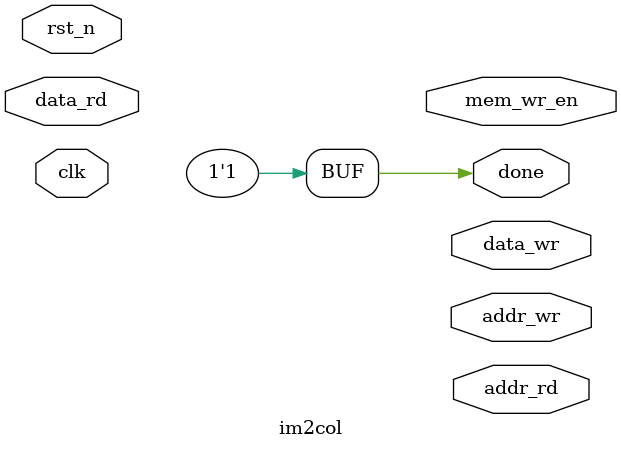
<source format=v>
`timescale 1ns / 1ps

module im2col #(
  parameter IMG_C         = 1,
  parameter IMG_W         = 8,
  parameter IMG_H         = 8,
  parameter DATA_WIDTH    = 8,
  parameter ADDR_WIDTH    = 32,
  parameter FILTER_SIZE   = 3,
  parameter IMG_BASE      = 16'h0000,
  parameter IM2COL_BASE   = 16'h2000
) (
  input clk,
  input rst_n,
  input [DATA_WIDTH-1:0] data_rd,
  output [DATA_WIDTH-1:0] data_wr,
  output [ADDR_WIDTH-1:0] addr_wr,
  output [ADDR_WIDTH-1:0] addr_rd,
  output reg done,
  output reg mem_wr_en
);

  assign done = 1; // you should overwrite this
  
endmodule
</source>
